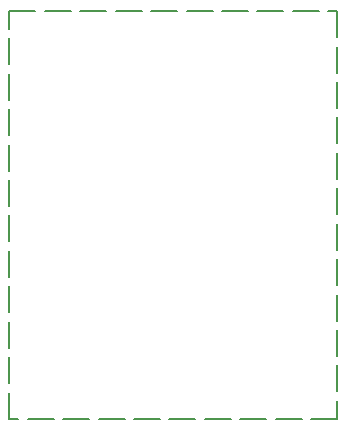
<source format=gbr>
%TF.GenerationSoftware,KiCad,Pcbnew,8.0.5*%
%TF.CreationDate,2024-10-13T16:03:52-04:00*%
%TF.ProjectId,KiCADWorkshopExample,4b694341-4457-46f7-926b-73686f704578,rev?*%
%TF.SameCoordinates,Original*%
%TF.FileFunction,Profile,NP*%
%FSLAX46Y46*%
G04 Gerber Fmt 4.6, Leading zero omitted, Abs format (unit mm)*
G04 Created by KiCad (PCBNEW 8.0.5) date 2024-10-13 16:03:52*
%MOMM*%
%LPD*%
G01*
G04 APERTURE LIST*
%TA.AperFunction,Profile*%
%ADD10C,0.200000*%
%TD*%
G04 APERTURE END LIST*
D10*
X78500000Y-115500000D02*
X80700000Y-115500000D01*
X81500000Y-115500000D02*
X83700000Y-115500000D01*
X84500000Y-115500000D02*
X86700000Y-115500000D01*
X87500000Y-115500000D02*
X89700000Y-115500000D01*
X90500000Y-115500000D02*
X92700000Y-115500000D01*
X93500000Y-115500000D02*
X95700000Y-115500000D01*
X96500000Y-115500000D02*
X98700000Y-115500000D01*
X99500000Y-115500000D02*
X101700000Y-115500000D01*
X102500000Y-115500000D02*
X104700000Y-115500000D01*
X105500000Y-115500000D02*
X106250000Y-115500000D01*
X106250000Y-115500000D02*
X106250000Y-117700000D01*
X106250000Y-118500000D02*
X106250000Y-120700000D01*
X106250000Y-121500000D02*
X106250000Y-123700000D01*
X106250000Y-124500000D02*
X106250000Y-126700000D01*
X106250000Y-127500000D02*
X106250000Y-129700000D01*
X106250000Y-130500000D02*
X106250000Y-132700000D01*
X106250000Y-133500000D02*
X106250000Y-135700000D01*
X106250000Y-136500000D02*
X106250000Y-138700000D01*
X106250000Y-139500000D02*
X106250000Y-141700000D01*
X106250000Y-142500000D02*
X106250000Y-144700000D01*
X106250000Y-145500000D02*
X106250000Y-147700000D01*
X106250000Y-148500000D02*
X106250000Y-150000000D01*
X106250000Y-150000000D02*
X104050000Y-150000000D01*
X103250000Y-150000000D02*
X101050000Y-150000000D01*
X100250000Y-150000000D02*
X98050000Y-150000000D01*
X97250000Y-150000000D02*
X95050000Y-150000000D01*
X94250000Y-150000000D02*
X92050000Y-150000000D01*
X91250000Y-150000000D02*
X89050000Y-150000000D01*
X88250000Y-150000000D02*
X86050000Y-150000000D01*
X85250000Y-150000000D02*
X83050000Y-150000000D01*
X82250000Y-150000000D02*
X80050000Y-150000000D01*
X79250000Y-150000000D02*
X78500000Y-150000000D01*
X78500000Y-150000000D02*
X78500000Y-147800000D01*
X78500000Y-147000000D02*
X78500000Y-144800000D01*
X78500000Y-144000000D02*
X78500000Y-141800000D01*
X78500000Y-141000000D02*
X78500000Y-138800000D01*
X78500000Y-138000000D02*
X78500000Y-135800000D01*
X78500000Y-135000000D02*
X78500000Y-132800000D01*
X78500000Y-132000000D02*
X78500000Y-129800000D01*
X78500000Y-129000000D02*
X78500000Y-126800000D01*
X78500000Y-126000000D02*
X78500000Y-123800000D01*
X78500000Y-123000000D02*
X78500000Y-120800000D01*
X78500000Y-120000000D02*
X78500000Y-117800000D01*
X78500000Y-117000000D02*
X78500000Y-115500000D01*
M02*

</source>
